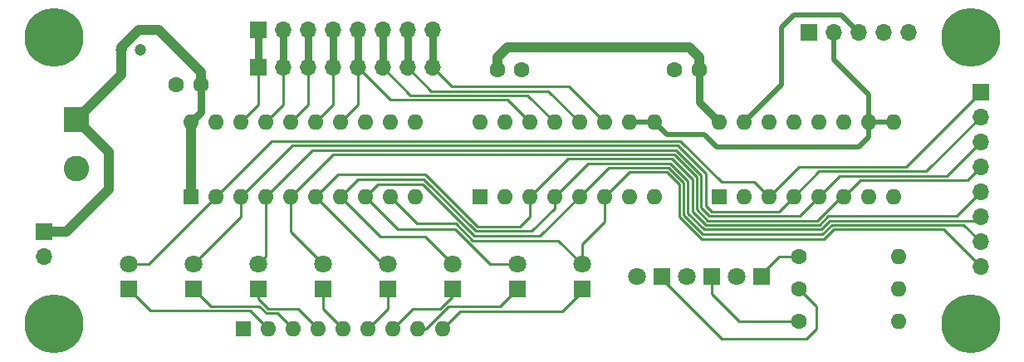
<source format=gbr>
%TF.GenerationSoftware,KiCad,Pcbnew,(5.1.9-0-10_14)*%
%TF.CreationDate,2021-05-20T01:37:57-04:00*%
%TF.ProjectId,REGISTER,52454749-5354-4455-922e-6b696361645f,rev?*%
%TF.SameCoordinates,Original*%
%TF.FileFunction,Copper,L1,Top*%
%TF.FilePolarity,Positive*%
%FSLAX46Y46*%
G04 Gerber Fmt 4.6, Leading zero omitted, Abs format (unit mm)*
G04 Created by KiCad (PCBNEW (5.1.9-0-10_14)) date 2021-05-20 01:37:57*
%MOMM*%
%LPD*%
G01*
G04 APERTURE LIST*
%TA.AperFunction,ComponentPad*%
%ADD10C,0.800000*%
%TD*%
%TA.AperFunction,ComponentPad*%
%ADD11C,6.000000*%
%TD*%
%TA.AperFunction,ComponentPad*%
%ADD12O,1.700000X1.700000*%
%TD*%
%TA.AperFunction,ComponentPad*%
%ADD13R,1.700000X1.700000*%
%TD*%
%TA.AperFunction,ComponentPad*%
%ADD14C,1.600000*%
%TD*%
%TA.AperFunction,ComponentPad*%
%ADD15C,1.800000*%
%TD*%
%TA.AperFunction,ComponentPad*%
%ADD16R,1.800000X1.800000*%
%TD*%
%TA.AperFunction,ComponentPad*%
%ADD17C,1.200000*%
%TD*%
%TA.AperFunction,ComponentPad*%
%ADD18O,1.600000X1.600000*%
%TD*%
%TA.AperFunction,ComponentPad*%
%ADD19R,1.600000X1.600000*%
%TD*%
%TA.AperFunction,ComponentPad*%
%ADD20C,2.600000*%
%TD*%
%TA.AperFunction,ComponentPad*%
%ADD21R,2.600000X2.600000*%
%TD*%
%TA.AperFunction,Conductor*%
%ADD22C,0.750000*%
%TD*%
%TA.AperFunction,Conductor*%
%ADD23C,1.000000*%
%TD*%
%TA.AperFunction,Conductor*%
%ADD24C,0.250000*%
%TD*%
%TA.AperFunction,Conductor*%
%ADD25C,0.500000*%
%TD*%
G04 APERTURE END LIST*
D10*
%TO.P,REF\u002A\u002A,1*%
%TO.N,N/C*%
X161356990Y-67751010D03*
X159766000Y-67092000D03*
X158175010Y-67751010D03*
X157516000Y-69342000D03*
X158175010Y-70932990D03*
X159766000Y-71592000D03*
X161356990Y-70932990D03*
X162016000Y-69342000D03*
D11*
X159766000Y-69342000D03*
%TD*%
D10*
%TO.P,REF\u002A\u002A,1*%
%TO.N,N/C*%
X161356990Y-96961010D03*
X159766000Y-96302000D03*
X158175010Y-96961010D03*
X157516000Y-98552000D03*
X158175010Y-100142990D03*
X159766000Y-100802000D03*
X161356990Y-100142990D03*
X162016000Y-98552000D03*
D11*
X159766000Y-98552000D03*
%TD*%
D10*
%TO.P,REF\u002A\u002A,1*%
%TO.N,N/C*%
X67884990Y-96961010D03*
X66294000Y-96302000D03*
X64703010Y-96961010D03*
X64044000Y-98552000D03*
X64703010Y-100142990D03*
X66294000Y-100802000D03*
X67884990Y-100142990D03*
X68544000Y-98552000D03*
D11*
X66294000Y-98552000D03*
%TD*%
D10*
%TO.P,REF\u002A\u002A,1*%
%TO.N,N/C*%
X67884990Y-67751010D03*
X66294000Y-67092000D03*
X64703010Y-67751010D03*
X64044000Y-69342000D03*
X64703010Y-70932990D03*
X66294000Y-71592000D03*
X67884990Y-70932990D03*
X68544000Y-69342000D03*
D11*
X66294000Y-69342000D03*
%TD*%
D12*
%TO.P,J6,5*%
%TO.N,CLOCK*%
X153416000Y-68834000D03*
%TO.P,J6,4*%
X150876000Y-68834000D03*
%TO.P,J6,3*%
%TO.N,RESET*%
X148336000Y-68834000D03*
%TO.P,J6,2*%
%TO.N,REGISTER_IN*%
X145796000Y-68834000D03*
D13*
%TO.P,J6,1*%
%TO.N,REGISTER_OUT*%
X143256000Y-68834000D03*
%TD*%
D12*
%TO.P,J2,8*%
%TO.N,BUS_00*%
X104902000Y-68580000D03*
%TO.P,J2,7*%
%TO.N,BUS_01*%
X102362000Y-68580000D03*
%TO.P,J2,6*%
%TO.N,BUS_02*%
X99822000Y-68580000D03*
%TO.P,J2,5*%
%TO.N,BUS_03*%
X97282000Y-68580000D03*
%TO.P,J2,4*%
%TO.N,BUS_04*%
X94742000Y-68580000D03*
%TO.P,J2,3*%
%TO.N,BUS_05*%
X92202000Y-68580000D03*
%TO.P,J2,2*%
%TO.N,BUS_06*%
X89662000Y-68580000D03*
D13*
%TO.P,J2,1*%
%TO.N,BUS_07*%
X87122000Y-68580000D03*
%TD*%
D14*
%TO.P,C1,2*%
%TO.N,GND*%
X114006000Y-72644000D03*
%TO.P,C1,1*%
%TO.N,VCC*%
X111506000Y-72644000D03*
%TD*%
D15*
%TO.P,D11,2*%
%TO.N,REGISTER_OUT*%
X135890000Y-93726000D03*
D16*
%TO.P,D11,1*%
%TO.N,Net-(D11-Pad1)*%
X138430000Y-93726000D03*
%TD*%
D15*
%TO.P,D10,2*%
%TO.N,REGISTER_IN*%
X130810000Y-93726000D03*
D16*
%TO.P,D10,1*%
%TO.N,Net-(D10-Pad1)*%
X133350000Y-93726000D03*
%TD*%
D15*
%TO.P,D9,2*%
%TO.N,RESET*%
X125730000Y-93726000D03*
D16*
%TO.P,D9,1*%
%TO.N,Net-(D9-Pad1)*%
X128270000Y-93726000D03*
%TD*%
D17*
%TO.P,C4,2*%
%TO.N,GND*%
X75152000Y-70612000D03*
%TO.P,C4,1*%
%TO.N,VCC*%
X73152000Y-70612000D03*
%TD*%
D14*
%TO.P,C3,2*%
%TO.N,GND*%
X129580000Y-72644000D03*
%TO.P,C3,1*%
%TO.N,VCC*%
X132080000Y-72644000D03*
%TD*%
%TO.P,C2,2*%
%TO.N,GND*%
X78780000Y-74168000D03*
%TO.P,C2,1*%
%TO.N,VCC*%
X81280000Y-74168000D03*
%TD*%
D18*
%TO.P,U3,16*%
%TO.N,VCC*%
X109728000Y-77978000D03*
%TO.P,U3,8*%
%TO.N,GND*%
X127508000Y-85598000D03*
%TO.P,U3,15*%
%TO.N,RESET*%
X112268000Y-77978000D03*
%TO.P,U3,7*%
%TO.N,CLOCK*%
X124968000Y-85598000D03*
%TO.P,U3,14*%
%TO.N,BUS_03*%
X114808000Y-77978000D03*
%TO.P,U3,6*%
%TO.N,Q0*%
X122428000Y-85598000D03*
%TO.P,U3,13*%
%TO.N,BUS_02*%
X117348000Y-77978000D03*
%TO.P,U3,5*%
%TO.N,Q1*%
X119888000Y-85598000D03*
%TO.P,U3,12*%
%TO.N,BUS_01*%
X119888000Y-77978000D03*
%TO.P,U3,4*%
%TO.N,Q2*%
X117348000Y-85598000D03*
%TO.P,U3,11*%
%TO.N,BUS_00*%
X122428000Y-77978000D03*
%TO.P,U3,3*%
%TO.N,Q3*%
X114808000Y-85598000D03*
%TO.P,U3,10*%
%TO.N,REGISTER_IN*%
X124968000Y-77978000D03*
%TO.P,U3,2*%
%TO.N,GND*%
X112268000Y-85598000D03*
%TO.P,U3,9*%
%TO.N,REGISTER_IN*%
X127508000Y-77978000D03*
D19*
%TO.P,U3,1*%
%TO.N,GND*%
X109728000Y-85598000D03*
%TD*%
D18*
%TO.P,U2,16*%
%TO.N,VCC*%
X134112000Y-77978000D03*
%TO.P,U2,8*%
%TO.N,GND*%
X151892000Y-85598000D03*
%TO.P,U2,15*%
%TO.N,RESET*%
X136652000Y-77978000D03*
%TO.P,U2,7*%
%TO.N,CLOCK*%
X149352000Y-85598000D03*
%TO.P,U2,14*%
%TO.N,BUS_07*%
X139192000Y-77978000D03*
%TO.P,U2,6*%
%TO.N,Q4*%
X146812000Y-85598000D03*
%TO.P,U2,13*%
%TO.N,BUS_06*%
X141732000Y-77978000D03*
%TO.P,U2,5*%
%TO.N,Q5*%
X144272000Y-85598000D03*
%TO.P,U2,12*%
%TO.N,BUS_05*%
X144272000Y-77978000D03*
%TO.P,U2,4*%
%TO.N,Q6*%
X141732000Y-85598000D03*
%TO.P,U2,11*%
%TO.N,BUS_04*%
X146812000Y-77978000D03*
%TO.P,U2,3*%
%TO.N,Q7*%
X139192000Y-85598000D03*
%TO.P,U2,10*%
%TO.N,REGISTER_IN*%
X149352000Y-77978000D03*
%TO.P,U2,2*%
%TO.N,GND*%
X136652000Y-85598000D03*
%TO.P,U2,9*%
%TO.N,REGISTER_IN*%
X151892000Y-77978000D03*
D19*
%TO.P,U2,1*%
%TO.N,GND*%
X134112000Y-85598000D03*
%TD*%
D18*
%TO.P,U1,20*%
%TO.N,VCC*%
X80264000Y-77978000D03*
%TO.P,U1,10*%
%TO.N,GND*%
X103124000Y-85598000D03*
%TO.P,U1,19*%
%TO.N,REGISTER_OUT*%
X82804000Y-77978000D03*
%TO.P,U1,9*%
%TO.N,Q0*%
X100584000Y-85598000D03*
%TO.P,U1,18*%
%TO.N,BUS_07*%
X85344000Y-77978000D03*
%TO.P,U1,8*%
%TO.N,Q1*%
X98044000Y-85598000D03*
%TO.P,U1,17*%
%TO.N,BUS_06*%
X87884000Y-77978000D03*
%TO.P,U1,7*%
%TO.N,Q2*%
X95504000Y-85598000D03*
%TO.P,U1,16*%
%TO.N,BUS_05*%
X90424000Y-77978000D03*
%TO.P,U1,6*%
%TO.N,Q3*%
X92964000Y-85598000D03*
%TO.P,U1,15*%
%TO.N,BUS_04*%
X92964000Y-77978000D03*
%TO.P,U1,5*%
%TO.N,Q4*%
X90424000Y-85598000D03*
%TO.P,U1,14*%
%TO.N,BUS_03*%
X95504000Y-77978000D03*
%TO.P,U1,4*%
%TO.N,Q5*%
X87884000Y-85598000D03*
%TO.P,U1,13*%
%TO.N,BUS_02*%
X98044000Y-77978000D03*
%TO.P,U1,3*%
%TO.N,Q6*%
X85344000Y-85598000D03*
%TO.P,U1,12*%
%TO.N,BUS_01*%
X100584000Y-77978000D03*
%TO.P,U1,2*%
%TO.N,Q7*%
X82804000Y-85598000D03*
%TO.P,U1,11*%
%TO.N,BUS_00*%
X103124000Y-77978000D03*
D19*
%TO.P,U1,1*%
%TO.N,VCC*%
X80264000Y-85598000D03*
%TD*%
D18*
%TO.P,RN1,9*%
%TO.N,Net-(D1-Pad1)*%
X105918000Y-99060000D03*
%TO.P,RN1,8*%
%TO.N,Net-(D2-Pad1)*%
X103378000Y-99060000D03*
%TO.P,RN1,7*%
%TO.N,Net-(D3-Pad1)*%
X100838000Y-99060000D03*
%TO.P,RN1,6*%
%TO.N,Net-(D4-Pad1)*%
X98298000Y-99060000D03*
%TO.P,RN1,5*%
%TO.N,Net-(D5-Pad1)*%
X95758000Y-99060000D03*
%TO.P,RN1,4*%
%TO.N,Net-(D6-Pad1)*%
X93218000Y-99060000D03*
%TO.P,RN1,3*%
%TO.N,Net-(D7-Pad1)*%
X90678000Y-99060000D03*
%TO.P,RN1,2*%
%TO.N,Net-(D8-Pad1)*%
X88138000Y-99060000D03*
D19*
%TO.P,RN1,1*%
%TO.N,GND*%
X85598000Y-99060000D03*
%TD*%
D18*
%TO.P,R3,2*%
%TO.N,GND*%
X152400000Y-91694000D03*
D14*
%TO.P,R3,1*%
%TO.N,Net-(D11-Pad1)*%
X142240000Y-91694000D03*
%TD*%
D18*
%TO.P,R2,2*%
%TO.N,GND*%
X152400000Y-98298000D03*
D14*
%TO.P,R2,1*%
%TO.N,Net-(D10-Pad1)*%
X142240000Y-98298000D03*
%TD*%
D18*
%TO.P,R1,2*%
%TO.N,GND*%
X152400000Y-94996000D03*
D14*
%TO.P,R1,1*%
%TO.N,Net-(D9-Pad1)*%
X142240000Y-94996000D03*
%TD*%
D12*
%TO.P,J8,8*%
%TO.N,Q0*%
X160782000Y-92710000D03*
%TO.P,J8,7*%
%TO.N,Q1*%
X160782000Y-90170000D03*
%TO.P,J8,6*%
%TO.N,Q2*%
X160782000Y-87630000D03*
%TO.P,J8,5*%
%TO.N,Q3*%
X160782000Y-85090000D03*
%TO.P,J8,4*%
%TO.N,Q4*%
X160782000Y-82550000D03*
%TO.P,J8,3*%
%TO.N,Q5*%
X160782000Y-80010000D03*
%TO.P,J8,2*%
%TO.N,Q6*%
X160782000Y-77470000D03*
D13*
%TO.P,J8,1*%
%TO.N,Q7*%
X160782000Y-74930000D03*
%TD*%
D12*
%TO.P,J5,8*%
%TO.N,BUS_00*%
X104902000Y-72390000D03*
%TO.P,J5,7*%
%TO.N,BUS_01*%
X102362000Y-72390000D03*
%TO.P,J5,6*%
%TO.N,BUS_02*%
X99822000Y-72390000D03*
%TO.P,J5,5*%
%TO.N,BUS_03*%
X97282000Y-72390000D03*
%TO.P,J5,4*%
%TO.N,BUS_04*%
X94742000Y-72390000D03*
%TO.P,J5,3*%
%TO.N,BUS_05*%
X92202000Y-72390000D03*
%TO.P,J5,2*%
%TO.N,BUS_06*%
X89662000Y-72390000D03*
D13*
%TO.P,J5,1*%
%TO.N,BUS_07*%
X87122000Y-72390000D03*
%TD*%
D12*
%TO.P,J3,2*%
%TO.N,GND*%
X65278000Y-91694000D03*
D13*
%TO.P,J3,1*%
%TO.N,VCC*%
X65278000Y-89154000D03*
%TD*%
D20*
%TO.P,J1,2*%
%TO.N,GND*%
X68580000Y-82724000D03*
D21*
%TO.P,J1,1*%
%TO.N,VCC*%
X68580000Y-77724000D03*
%TD*%
D15*
%TO.P,D8,2*%
%TO.N,Q7*%
X73914000Y-92456000D03*
D16*
%TO.P,D8,1*%
%TO.N,Net-(D8-Pad1)*%
X73914000Y-94996000D03*
%TD*%
D15*
%TO.P,D7,2*%
%TO.N,Q6*%
X80518000Y-92456000D03*
D16*
%TO.P,D7,1*%
%TO.N,Net-(D7-Pad1)*%
X80518000Y-94996000D03*
%TD*%
D15*
%TO.P,D6,2*%
%TO.N,Q5*%
X87122000Y-92456000D03*
D16*
%TO.P,D6,1*%
%TO.N,Net-(D6-Pad1)*%
X87122000Y-94996000D03*
%TD*%
D15*
%TO.P,D5,2*%
%TO.N,Q4*%
X93726000Y-92456000D03*
D16*
%TO.P,D5,1*%
%TO.N,Net-(D5-Pad1)*%
X93726000Y-94996000D03*
%TD*%
D15*
%TO.P,D4,2*%
%TO.N,Q3*%
X100330000Y-92456000D03*
D16*
%TO.P,D4,1*%
%TO.N,Net-(D4-Pad1)*%
X100330000Y-94996000D03*
%TD*%
D15*
%TO.P,D3,2*%
%TO.N,Q2*%
X106934000Y-92456000D03*
D16*
%TO.P,D3,1*%
%TO.N,Net-(D3-Pad1)*%
X106934000Y-94996000D03*
%TD*%
D15*
%TO.P,D2,2*%
%TO.N,Q1*%
X113538000Y-92456000D03*
D16*
%TO.P,D2,1*%
%TO.N,Net-(D2-Pad1)*%
X113538000Y-94996000D03*
%TD*%
D15*
%TO.P,D1,2*%
%TO.N,Q0*%
X120142000Y-92456000D03*
D16*
%TO.P,D1,1*%
%TO.N,Net-(D1-Pad1)*%
X120142000Y-94996000D03*
%TD*%
D22*
%TO.N,VCC*%
X132080000Y-75946000D02*
X134112000Y-77978000D01*
X132080000Y-72644000D02*
X132080000Y-75946000D01*
X81280000Y-76962000D02*
X80264000Y-77978000D01*
X81280000Y-74168000D02*
X81280000Y-76962000D01*
D23*
X73152000Y-73152000D02*
X68580000Y-77724000D01*
X73152000Y-70612000D02*
X73152000Y-73152000D01*
X65278000Y-89154000D02*
X67564000Y-89154000D01*
X67564000Y-89154000D02*
X71882000Y-84836000D01*
X71882000Y-81026000D02*
X68580000Y-77724000D01*
X71882000Y-84836000D02*
X71882000Y-81026000D01*
X73152000Y-70358000D02*
X73152000Y-70612000D01*
X81280000Y-72898000D02*
X76962000Y-68580000D01*
X74930000Y-68580000D02*
X73152000Y-70358000D01*
X76962000Y-68580000D02*
X74930000Y-68580000D01*
X81280000Y-74168000D02*
X81280000Y-72898000D01*
X132080000Y-72644000D02*
X132080000Y-71374000D01*
X132080000Y-71374000D02*
X131064000Y-70358000D01*
X131064000Y-70358000D02*
X112522000Y-70358000D01*
X111506000Y-71374000D02*
X111506000Y-72644000D01*
X112522000Y-70358000D02*
X111506000Y-71374000D01*
X80264000Y-77978000D02*
X80264000Y-85598000D01*
D24*
%TO.N,Net-(D1-Pad1)*%
X120142000Y-94996000D02*
X120142000Y-95250000D01*
X120142000Y-95250000D02*
X118110000Y-97282000D01*
X107696000Y-97282000D02*
X105918000Y-99060000D01*
X118110000Y-97282000D02*
X107696000Y-97282000D01*
%TO.N,Net-(D2-Pad1)*%
X111760000Y-96774000D02*
X106554410Y-96774000D01*
X113538000Y-94996000D02*
X111760000Y-96774000D01*
X106554410Y-96774000D02*
X104268410Y-99060000D01*
X104268410Y-99060000D02*
X103378000Y-99060000D01*
%TO.N,Net-(D3-Pad1)*%
X105664000Y-97028000D02*
X102870000Y-97028000D01*
X102870000Y-97028000D02*
X100838000Y-99060000D01*
X106934000Y-94996000D02*
X106934000Y-95758000D01*
X106934000Y-95758000D02*
X105664000Y-97028000D01*
%TO.N,Net-(D4-Pad1)*%
X100330000Y-97028000D02*
X98298000Y-99060000D01*
X100330000Y-94996000D02*
X100330000Y-97028000D01*
%TO.N,Net-(D5-Pad1)*%
X93726000Y-97028000D02*
X95758000Y-99060000D01*
X93726000Y-94996000D02*
X93726000Y-97028000D01*
%TO.N,Net-(D6-Pad1)*%
X87122000Y-94996000D02*
X87122000Y-96012000D01*
X87122000Y-96012000D02*
X88138000Y-97028000D01*
X91186000Y-97028000D02*
X93218000Y-99060000D01*
X88138000Y-97028000D02*
X91186000Y-97028000D01*
%TO.N,Net-(D7-Pad1)*%
X89096011Y-97478011D02*
X90678000Y-99060000D01*
X80518000Y-94996000D02*
X82296000Y-96774000D01*
X87247589Y-96774000D02*
X87951600Y-97478011D01*
X82296000Y-96774000D02*
X87247589Y-96774000D01*
X87951600Y-97478011D02*
X89096011Y-97478011D01*
%TO.N,Net-(D8-Pad1)*%
X76142011Y-97224011D02*
X86302011Y-97224011D01*
X86302011Y-97224011D02*
X88138000Y-99060000D01*
X73914000Y-94996000D02*
X76142011Y-97224011D01*
%TO.N,Net-(D9-Pad1)*%
X128270000Y-93726000D02*
X128270000Y-93980000D01*
X128270000Y-93980000D02*
X134366000Y-100076000D01*
X134366000Y-100076000D02*
X143002000Y-100076000D01*
X143002000Y-100076000D02*
X144018000Y-99060000D01*
X144018000Y-96774000D02*
X142240000Y-94996000D01*
X144018000Y-99060000D02*
X144018000Y-96774000D01*
%TO.N,Net-(D10-Pad1)*%
X133350000Y-93726000D02*
X133350000Y-95504000D01*
X136144000Y-98298000D02*
X142240000Y-98298000D01*
X133350000Y-95504000D02*
X136144000Y-98298000D01*
%TO.N,Net-(D11-Pad1)*%
X138430000Y-93726000D02*
X138430000Y-93472000D01*
X140208000Y-91694000D02*
X142240000Y-91694000D01*
X138430000Y-93472000D02*
X140208000Y-91694000D01*
%TO.N,Q0*%
X120142000Y-92456000D02*
X120142000Y-90424000D01*
X122428000Y-88138000D02*
X122428000Y-85598000D01*
X120142000Y-90424000D02*
X122428000Y-88138000D01*
X108972792Y-90054022D02*
X117740022Y-90054022D01*
X107252781Y-88334011D02*
X108972792Y-90054022D01*
X100584000Y-85598000D02*
X103320011Y-88334011D01*
X103320011Y-88334011D02*
X107252781Y-88334011D01*
X117740022Y-90054022D02*
X120142000Y-92456000D01*
X128778000Y-83058000D02*
X124968000Y-83058000D01*
X130048000Y-84328000D02*
X128778000Y-83058000D01*
X130048000Y-87630000D02*
X130048000Y-84328000D01*
X132334000Y-89916000D02*
X130048000Y-87630000D01*
X144780000Y-89916000D02*
X132334000Y-89916000D01*
X145796000Y-88900000D02*
X144780000Y-89916000D01*
X156972000Y-88900000D02*
X145796000Y-88900000D01*
X124968000Y-83058000D02*
X122428000Y-85598000D01*
X160782000Y-92710000D02*
X156972000Y-88900000D01*
%TO.N,Q1*%
X98044000Y-85598000D02*
X99314000Y-84328000D01*
X99314000Y-84328000D02*
X103883180Y-84328000D01*
X103883180Y-84328000D02*
X109159191Y-89604011D01*
X109159191Y-89604011D02*
X115881989Y-89604011D01*
X115881989Y-89604011D02*
X119888000Y-85598000D01*
X98044000Y-85598000D02*
X101346000Y-88900000D01*
X110738359Y-92456000D02*
X113538000Y-92456000D01*
X107182359Y-88900000D02*
X110738359Y-92456000D01*
X101346000Y-88900000D02*
X107182359Y-88900000D01*
X145609600Y-88449989D02*
X144651590Y-89408000D01*
X130498011Y-84141600D02*
X128964400Y-82607989D01*
X144651590Y-89408000D02*
X132462410Y-89408000D01*
X130498011Y-87443601D02*
X130498011Y-84141600D01*
X160782000Y-90170000D02*
X159061989Y-88449989D01*
X128964400Y-82607989D02*
X122878011Y-82607989D01*
X132462410Y-89408000D02*
X130498011Y-87443601D01*
X122878011Y-82607989D02*
X119888000Y-85598000D01*
X159061989Y-88449989D02*
X145609600Y-88449989D01*
%TO.N,Q2*%
X95504000Y-85598000D02*
X99568000Y-89662000D01*
X104140000Y-89662000D02*
X106934000Y-92456000D01*
X99568000Y-89662000D02*
X104140000Y-89662000D01*
X114981359Y-89096011D02*
X117348000Y-86729370D01*
X117348000Y-86729370D02*
X117348000Y-85598000D01*
X104011590Y-83820000D02*
X109287600Y-89096011D01*
X95504000Y-85598000D02*
X97282000Y-83820000D01*
X97282000Y-83820000D02*
X104011590Y-83820000D01*
X109287600Y-89096011D02*
X114981359Y-89096011D01*
X160412022Y-87999978D02*
X145423200Y-87999978D01*
X160782000Y-87630000D02*
X160412022Y-87999978D01*
X144523178Y-88900000D02*
X132590820Y-88900000D01*
X130948022Y-87257202D02*
X130948022Y-83955200D01*
X129150800Y-82157978D02*
X120788022Y-82157978D01*
X132590820Y-88900000D02*
X130948022Y-87257202D01*
X120788022Y-82157978D02*
X117348000Y-85598000D01*
X145423200Y-87999978D02*
X144523178Y-88900000D01*
X130948022Y-83955200D02*
X129150800Y-82157978D01*
%TO.N,Q3*%
X99822000Y-92456000D02*
X100330000Y-92456000D01*
X92964000Y-85598000D02*
X99822000Y-92456000D01*
X92964000Y-85598000D02*
X95250000Y-83312000D01*
X95250000Y-83312000D02*
X104140000Y-83312000D01*
X104140000Y-83312000D02*
X109474000Y-88646000D01*
X109474000Y-88646000D02*
X113792000Y-88646000D01*
X114808000Y-87630000D02*
X114808000Y-85598000D01*
X113792000Y-88646000D02*
X114808000Y-87630000D01*
X158322033Y-87549967D02*
X145236800Y-87549967D01*
X160782000Y-85090000D02*
X158322033Y-87549967D01*
X131398033Y-83768800D02*
X129337200Y-81707967D01*
X144336779Y-88449989D02*
X132777219Y-88449989D01*
X129337200Y-81707967D02*
X118698033Y-81707967D01*
X118698033Y-81707967D02*
X114808000Y-85598000D01*
X145236800Y-87549967D02*
X144336779Y-88449989D01*
X132777219Y-88449989D02*
X131398033Y-87070803D01*
X131398033Y-87070803D02*
X131398033Y-83768800D01*
%TO.N,Q4*%
X90424000Y-89154000D02*
X93726000Y-92456000D01*
X90424000Y-85598000D02*
X90424000Y-89154000D01*
X159431967Y-83900033D02*
X148509967Y-83900033D01*
X148509967Y-83900033D02*
X146812000Y-85598000D01*
X160782000Y-82550000D02*
X159431967Y-83900033D01*
X132963618Y-87999978D02*
X144150378Y-87999978D01*
X90424000Y-85598000D02*
X94764044Y-81257956D01*
X144150378Y-87999978D02*
X146552356Y-85598000D01*
X129523600Y-81257956D02*
X131848044Y-83582400D01*
X94764044Y-81257956D02*
X129523600Y-81257956D01*
X131848044Y-83582400D02*
X131848044Y-86884404D01*
X131848044Y-86884404D02*
X132963618Y-87999978D01*
X146552356Y-85598000D02*
X146812000Y-85598000D01*
%TO.N,Q5*%
X87884000Y-91694000D02*
X87122000Y-92456000D01*
X87884000Y-85598000D02*
X87884000Y-91694000D01*
X160782000Y-80010000D02*
X157341978Y-83450022D01*
X146419978Y-83450022D02*
X144272000Y-85598000D01*
X157341978Y-83450022D02*
X146419978Y-83450022D01*
X87884000Y-85598000D02*
X92674055Y-80807945D01*
X129710000Y-80807945D02*
X132298055Y-83396000D01*
X132298055Y-86698005D02*
X133150017Y-87549967D01*
X133150017Y-87549967D02*
X142320033Y-87549967D01*
X92674055Y-80807945D02*
X129710000Y-80807945D01*
X132298055Y-83396000D02*
X132298055Y-86698005D01*
X142320033Y-87549967D02*
X144272000Y-85598000D01*
%TO.N,Q6*%
X85344000Y-87630000D02*
X80518000Y-92456000D01*
X85344000Y-85598000D02*
X85344000Y-87630000D01*
X144329989Y-83000011D02*
X141732000Y-85598000D01*
X160782000Y-77470000D02*
X155251989Y-83000011D01*
X155251989Y-83000011D02*
X144329989Y-83000011D01*
X90584066Y-80357934D02*
X129896400Y-80357934D01*
X132748066Y-83209600D02*
X132748066Y-86511606D01*
X133336416Y-87099956D02*
X140230044Y-87099956D01*
X85344000Y-85598000D02*
X90584066Y-80357934D01*
X129896400Y-80357934D02*
X132748066Y-83209600D01*
X132748066Y-86511606D02*
X133336416Y-87099956D01*
X140230044Y-87099956D02*
X141732000Y-85598000D01*
%TO.N,Q7*%
X75946000Y-92456000D02*
X73914000Y-92456000D01*
X82804000Y-85598000D02*
X75946000Y-92456000D01*
X153162000Y-82550000D02*
X142240000Y-82550000D01*
X142240000Y-82550000D02*
X139192000Y-85598000D01*
X160782000Y-74930000D02*
X153162000Y-82550000D01*
X130174329Y-79907923D02*
X134340406Y-84074000D01*
X134340406Y-84074000D02*
X137668000Y-84074000D01*
X88494077Y-79907923D02*
X130174329Y-79907923D01*
X137668000Y-84074000D02*
X139192000Y-85598000D01*
X82804000Y-85598000D02*
X88494077Y-79907923D01*
D25*
%TO.N,RESET*%
X140462000Y-74168000D02*
X136652000Y-77978000D01*
X140462000Y-68326000D02*
X140462000Y-74168000D01*
X141732000Y-67056000D02*
X140462000Y-68326000D01*
X146558000Y-67056000D02*
X141732000Y-67056000D01*
X148336000Y-68834000D02*
X146558000Y-67056000D01*
%TO.N,REGISTER_IN*%
X151892000Y-77978000D02*
X149352000Y-77978000D01*
X145796000Y-68834000D02*
X145796000Y-71628000D01*
X149352000Y-75184000D02*
X149352000Y-77978000D01*
X145796000Y-71628000D02*
X149352000Y-75184000D01*
X127508000Y-77978000D02*
X124968000Y-77978000D01*
X127508000Y-77978000D02*
X128778000Y-79248000D01*
X128778000Y-79248000D02*
X132588000Y-79248000D01*
X132588000Y-79248000D02*
X133858000Y-80518000D01*
X133858000Y-80518000D02*
X148336000Y-80518000D01*
X149352000Y-79502000D02*
X149352000Y-77978000D01*
X148336000Y-80518000D02*
X149352000Y-79502000D01*
D22*
%TO.N,BUS_00*%
X104902000Y-72390000D02*
X104902000Y-68834000D01*
D24*
X106853967Y-74341967D02*
X118791967Y-74341967D01*
X104902000Y-72390000D02*
X106853967Y-74341967D01*
X118791967Y-74341967D02*
X122428000Y-77978000D01*
D22*
%TO.N,BUS_01*%
X102362000Y-68834000D02*
X102362000Y-72390000D01*
D24*
X116701978Y-74791978D02*
X119888000Y-77978000D01*
X102362000Y-72390000D02*
X104763978Y-74791978D01*
X104763978Y-74791978D02*
X116701978Y-74791978D01*
D22*
%TO.N,BUS_02*%
X99822000Y-72390000D02*
X99822000Y-68834000D01*
D24*
X99822000Y-72390000D02*
X102673989Y-75241989D01*
X102673989Y-75241989D02*
X114611989Y-75241989D01*
X114611989Y-75241989D02*
X117348000Y-77978000D01*
D22*
%TO.N,BUS_03*%
X97282000Y-68834000D02*
X97282000Y-72390000D01*
D24*
X100584000Y-75692000D02*
X112522000Y-75692000D01*
X97282000Y-72390000D02*
X100584000Y-75692000D01*
X112522000Y-75692000D02*
X114808000Y-77978000D01*
X97282000Y-76200000D02*
X95504000Y-77978000D01*
X97282000Y-72390000D02*
X97282000Y-76200000D01*
D22*
%TO.N,BUS_04*%
X94742000Y-72390000D02*
X94742000Y-68834000D01*
D24*
X94742000Y-76200000D02*
X92964000Y-77978000D01*
X94742000Y-72390000D02*
X94742000Y-76200000D01*
D22*
%TO.N,BUS_05*%
X92202000Y-68834000D02*
X92202000Y-72390000D01*
D24*
X92202000Y-76200000D02*
X90424000Y-77978000D01*
X92202000Y-72390000D02*
X92202000Y-76200000D01*
D22*
%TO.N,BUS_06*%
X89662000Y-72390000D02*
X89662000Y-68834000D01*
D24*
X89662000Y-76200000D02*
X87884000Y-77978000D01*
X89662000Y-72390000D02*
X89662000Y-76200000D01*
D22*
%TO.N,BUS_07*%
X87122000Y-68834000D02*
X87122000Y-72390000D01*
D24*
X87122000Y-76200000D02*
X85344000Y-77978000D01*
X87122000Y-72390000D02*
X87122000Y-76200000D01*
%TD*%
M02*

</source>
